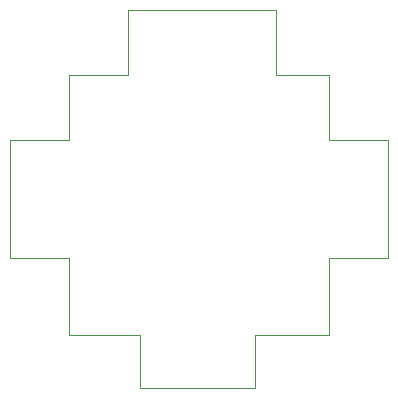
<source format=gbr>
%TF.GenerationSoftware,KiCad,Pcbnew,7.0.9*%
%TF.CreationDate,2024-03-13T22:22:47+01:00*%
%TF.ProjectId,KorryLargePCB,4b6f7272-794c-4617-9267-655043422e6b,rev?*%
%TF.SameCoordinates,Original*%
%TF.FileFunction,Profile,NP*%
%FSLAX46Y46*%
G04 Gerber Fmt 4.6, Leading zero omitted, Abs format (unit mm)*
G04 Created by KiCad (PCBNEW 7.0.9) date 2024-03-13 22:22:47*
%MOMM*%
%LPD*%
G01*
G04 APERTURE LIST*
%TA.AperFunction,Profile*%
%ADD10C,0.100000*%
%TD*%
G04 APERTURE END LIST*
D10*
X50000000Y-25500000D02*
X55000000Y-25500000D01*
X55000000Y-20000000D02*
X55000000Y-25500000D01*
X72000000Y-41000000D02*
X72000000Y-47500000D01*
X45000000Y-31000000D02*
X50000000Y-31000000D01*
X77000000Y-41000000D02*
X77000000Y-31000000D01*
X50000000Y-47500000D02*
X50000000Y-41000000D01*
X50000000Y-31000000D02*
X50000000Y-25500000D01*
X72000000Y-31000000D02*
X72000000Y-25500000D01*
X65750000Y-52000000D02*
X65750000Y-47500000D01*
X67500000Y-20000000D02*
X67500000Y-25500000D01*
X65750000Y-47500000D02*
X72000000Y-47500000D01*
X50000000Y-47500000D02*
X56000000Y-47500000D01*
X72000000Y-41000000D02*
X77000000Y-41000000D01*
X65750000Y-52000000D02*
X56000000Y-52000000D01*
X50000000Y-41000000D02*
X45000000Y-41000000D01*
X77000000Y-31000000D02*
X72000000Y-31000000D01*
X56000000Y-52000000D02*
X56000000Y-47500000D01*
X45000000Y-41000000D02*
X45000000Y-31000000D01*
X72000000Y-25500000D02*
X67500000Y-25500000D01*
X55000000Y-20000000D02*
X67500000Y-20000000D01*
M02*

</source>
